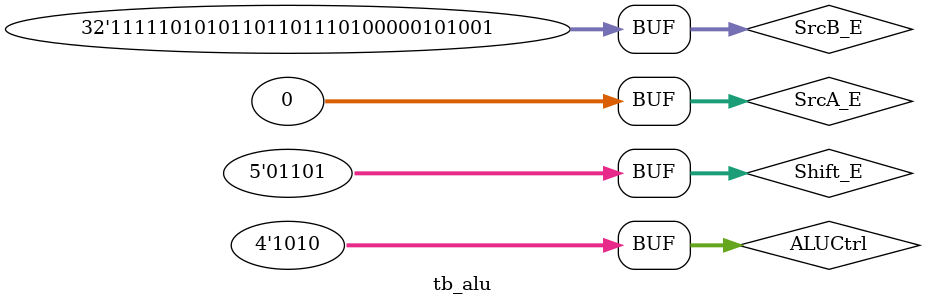
<source format=v>
`timescale 1ns / 1ps


module tb_alu;

	// Inputs
	reg [31:0] SrcA_E;
	reg [31:0] SrcB_E;
	reg [4:0] Shift_E;
	reg [3:0] ALUCtrl;

	// Outputs
	wire [31:0] AO_E;

	// Instantiate the Unit Under Test (UUT)
	ALU uut (
		.SrcA_E(SrcA_E), 
		.SrcB_E(SrcB_E), 
		.Shift_E(Shift_E), 
		.ALUCtrl(ALUCtrl), 
		.AO_E(AO_E)
	);

	initial begin
		// Initialize Inputs
		SrcA_E = 0;
		SrcB_E = 32'hfab6e829;
		Shift_E = 13;
		ALUCtrl = 10;

		// Wait 100 ns for global reset to finish
		#100;
        
		// Add stimulus here

	end
      
endmodule


</source>
